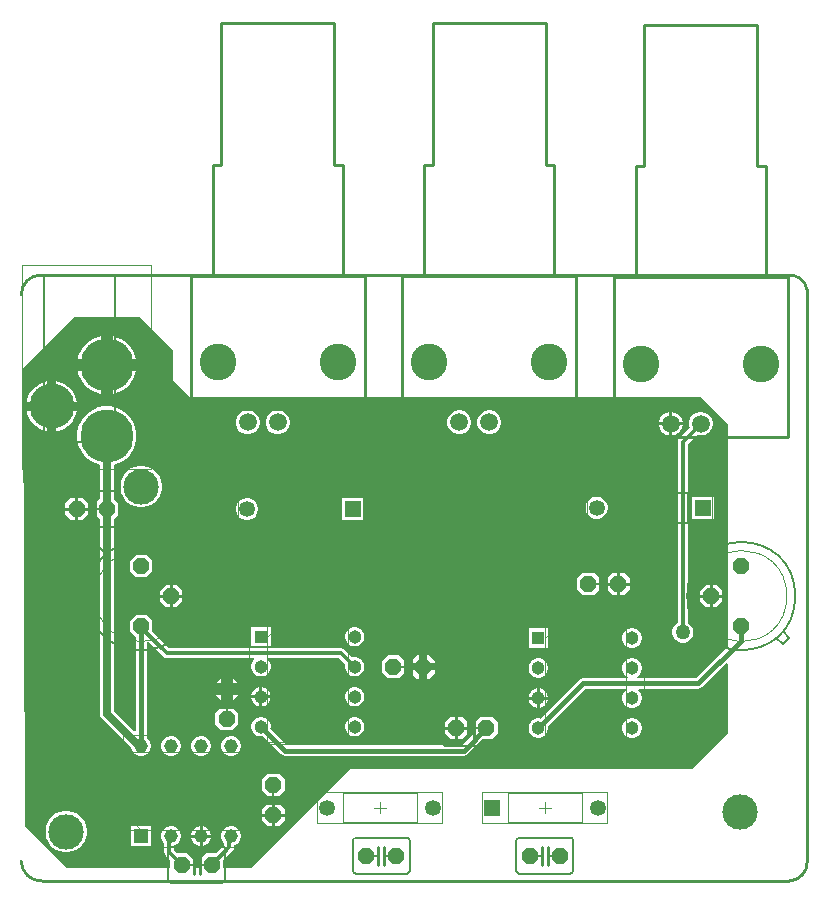
<source format=gtl>
G04*
G04 #@! TF.GenerationSoftware,Altium Limited,Altium Designer,21.2.2 (38)*
G04*
G04 Layer_Physical_Order=1*
G04 Layer_Color=255*
%FSLAX25Y25*%
%MOIN*%
G70*
G04*
G04 #@! TF.SameCoordinates,2C2DF465-67B0-4465-8F2B-43406C1D41F1*
G04*
G04*
G04 #@! TF.FilePolarity,Positive*
G04*
G01*
G75*
%ADD11C,0.00787*%
%ADD13C,0.01000*%
%ADD14C,0.00394*%
%ADD15C,0.00600*%
%ADD16C,0.00500*%
%ADD17C,0.00200*%
%ADD18C,0.00197*%
%ADD34C,0.02500*%
%ADD35C,0.01200*%
%ADD36C,0.01500*%
%ADD37P,0.06061X8X202.5*%
%ADD38P,0.06061X8X292.5*%
%ADD39R,0.04567X0.04567*%
%ADD40C,0.04567*%
%ADD41C,0.05315*%
%ADD42R,0.05315X0.05315*%
%ADD43P,0.05629X8X22.5*%
%ADD44R,0.04461X0.04461*%
%ADD45C,0.04461*%
%ADD46C,0.12205*%
%ADD47C,0.05906*%
%ADD48C,0.14961*%
%ADD49C,0.17717*%
%ADD50C,0.11811*%
%ADD51C,0.05000*%
G36*
X130000Y220000D02*
Y210000D01*
X135500Y204500D01*
X306000D01*
X315000Y195500D01*
Y121173D01*
X304469Y110643D01*
X284771D01*
X284637Y111143D01*
X285109Y111415D01*
X285711Y112017D01*
X286136Y112753D01*
X286356Y113575D01*
Y114425D01*
X286136Y115247D01*
X285711Y115983D01*
X285109Y116585D01*
X284373Y117010D01*
X283551Y117230D01*
X282701D01*
X281879Y117010D01*
X281142Y116585D01*
X280541Y115983D01*
X280116Y115247D01*
X279896Y114425D01*
Y113575D01*
X280116Y112753D01*
X280541Y112017D01*
X281142Y111415D01*
X281615Y111143D01*
X281481Y110643D01*
X266732D01*
X266732Y110643D01*
X266049Y110507D01*
X265471Y110120D01*
X252521Y97171D01*
X252299Y97230D01*
X251449D01*
X250627Y97010D01*
X249891Y96585D01*
X249289Y95983D01*
X248864Y95247D01*
X248644Y94425D01*
Y93575D01*
X248864Y92753D01*
X249289Y92017D01*
X249891Y91415D01*
X250627Y90990D01*
X251449Y90770D01*
X252299D01*
X253121Y90990D01*
X253857Y91415D01*
X254459Y92017D01*
X254884Y92753D01*
X255104Y93575D01*
Y94425D01*
X255045Y94647D01*
X267471Y107074D01*
X280990D01*
X281130Y106625D01*
X281132Y106574D01*
X280541Y105983D01*
X280116Y105247D01*
X279896Y104425D01*
Y103575D01*
X280116Y102753D01*
X280541Y102016D01*
X281142Y101415D01*
X281879Y100990D01*
X282701Y100770D01*
X283551D01*
X284373Y100990D01*
X285109Y101415D01*
X285711Y102016D01*
X286136Y102753D01*
X286356Y103575D01*
Y104425D01*
X286136Y105247D01*
X285711Y105983D01*
X285120Y106574D01*
X285122Y106625D01*
X285262Y107074D01*
X305208D01*
X305891Y107210D01*
X306470Y107597D01*
X314538Y115665D01*
X315000Y115473D01*
Y92500D01*
X303000Y80500D01*
X189000Y80500D01*
X156000Y47500D01*
X146800D01*
Y49993D01*
X150009Y53202D01*
X150363Y53732D01*
X150487Y54356D01*
Y54865D01*
X150767Y54940D01*
X151516Y55373D01*
X152127Y55984D01*
X152560Y56733D01*
X152784Y57568D01*
Y58432D01*
X152560Y59267D01*
X152127Y60016D01*
X151516Y60627D01*
X150767Y61060D01*
X149932Y61283D01*
X149068D01*
X148233Y61060D01*
X147484Y60627D01*
X146873Y60016D01*
X146440Y59267D01*
X146216Y58432D01*
Y57568D01*
X146440Y56733D01*
X146873Y55984D01*
X147224Y55632D01*
Y55032D01*
X144493Y52300D01*
X141100D01*
X139200Y50400D01*
Y47500D01*
X136800D01*
Y50400D01*
X134900Y52300D01*
X131507D01*
X130487Y53320D01*
Y54865D01*
X130767Y54940D01*
X131516Y55373D01*
X132127Y55984D01*
X132560Y56733D01*
X132783Y57568D01*
Y58432D01*
X132560Y59267D01*
X132127Y60016D01*
X131516Y60627D01*
X130767Y61060D01*
X129932Y61283D01*
X129068D01*
X128233Y61060D01*
X127484Y60627D01*
X126873Y60016D01*
X126440Y59267D01*
X126216Y58432D01*
Y57568D01*
X126440Y56733D01*
X126873Y55984D01*
X127224Y55632D01*
Y52644D01*
X127349Y52020D01*
X127702Y51491D01*
X129200Y49993D01*
Y47500D01*
X94500Y47500D01*
X80608Y61392D01*
X80101Y214101D01*
X97000Y231000D01*
X119000D01*
X130000Y220000D01*
D02*
G37*
%LPC*%
G36*
X110000Y224654D02*
Y217000D01*
X117654D01*
X117479Y217876D01*
X116736Y219670D01*
X115657Y221284D01*
X114284Y222657D01*
X112670Y223736D01*
X110875Y224479D01*
X110000Y224654D01*
D02*
G37*
G36*
X106000D02*
X105124Y224479D01*
X103330Y223736D01*
X101716Y222657D01*
X100343Y221284D01*
X99264Y219670D01*
X98521Y217876D01*
X98346Y217000D01*
X106000D01*
Y224654D01*
D02*
G37*
G36*
X117654Y213000D02*
X110000D01*
Y205346D01*
X110875Y205521D01*
X112670Y206264D01*
X114284Y207343D01*
X115657Y208716D01*
X116736Y210330D01*
X117479Y212124D01*
X117654Y213000D01*
D02*
G37*
G36*
X106000D02*
X98346D01*
X98521Y212124D01*
X99264Y210330D01*
X100343Y208716D01*
X101716Y207343D01*
X103330Y206264D01*
X105124Y205521D01*
X106000Y205346D01*
Y213000D01*
D02*
G37*
G36*
X91193Y209569D02*
Y202720D01*
X98041D01*
X97847Y203694D01*
X97208Y205237D01*
X96280Y206626D01*
X95099Y207807D01*
X93710Y208736D01*
X92167Y209375D01*
X91193Y209569D01*
D02*
G37*
G36*
X88193D02*
X87219Y209375D01*
X85676Y208736D01*
X84287Y207807D01*
X83106Y206626D01*
X82178Y205237D01*
X81538Y203694D01*
X81345Y202720D01*
X88193D01*
Y209569D01*
D02*
G37*
G36*
X296520Y199421D02*
X296500D01*
Y195968D01*
X299953D01*
Y195989D01*
X299683Y196994D01*
X299163Y197896D01*
X298427Y198632D01*
X297526Y199152D01*
X296520Y199421D01*
D02*
G37*
G36*
X295500D02*
X295480D01*
X294474Y199152D01*
X293573Y198632D01*
X292837Y197896D01*
X292317Y196994D01*
X292047Y195989D01*
Y195968D01*
X295500D01*
Y199421D01*
D02*
G37*
G36*
X88193Y199721D02*
X81345D01*
X81538Y198747D01*
X82178Y197204D01*
X83106Y195815D01*
X84287Y194633D01*
X85676Y193705D01*
X87219Y193066D01*
X88193Y192872D01*
Y199721D01*
D02*
G37*
G36*
X98041D02*
X91193D01*
Y192872D01*
X92167Y193066D01*
X93710Y193705D01*
X95099Y194633D01*
X96280Y195815D01*
X97208Y197204D01*
X97847Y198747D01*
X98041Y199721D01*
D02*
G37*
G36*
X236020Y199921D02*
X234980D01*
X233974Y199652D01*
X233073Y199132D01*
X232337Y198396D01*
X231817Y197494D01*
X231547Y196489D01*
Y195448D01*
X231817Y194443D01*
X232337Y193542D01*
X233073Y192806D01*
X233974Y192285D01*
X234980Y192016D01*
X236020D01*
X237026Y192285D01*
X237927Y192806D01*
X238663Y193542D01*
X239183Y194443D01*
X239453Y195448D01*
Y196489D01*
X239183Y197494D01*
X238663Y198396D01*
X237927Y199132D01*
X237026Y199652D01*
X236020Y199921D01*
D02*
G37*
G36*
X226020D02*
X224980D01*
X223974Y199652D01*
X223073Y199132D01*
X222337Y198396D01*
X221817Y197494D01*
X221547Y196489D01*
Y195448D01*
X221817Y194443D01*
X222337Y193542D01*
X223073Y192806D01*
X223974Y192285D01*
X224980Y192016D01*
X226020D01*
X227026Y192285D01*
X227927Y192806D01*
X228663Y193542D01*
X229183Y194443D01*
X229453Y195448D01*
Y196489D01*
X229183Y197494D01*
X228663Y198396D01*
X227927Y199132D01*
X227026Y199652D01*
X226020Y199921D01*
D02*
G37*
G36*
X165520Y199831D02*
X164480D01*
X163474Y199561D01*
X162573Y199041D01*
X161837Y198305D01*
X161317Y197404D01*
X161047Y196398D01*
Y195358D01*
X161317Y194352D01*
X161837Y193451D01*
X162573Y192715D01*
X163474Y192195D01*
X164480Y191925D01*
X165520D01*
X166526Y192195D01*
X167427Y192715D01*
X168163Y193451D01*
X168683Y194352D01*
X168953Y195358D01*
Y196398D01*
X168683Y197404D01*
X168163Y198305D01*
X167427Y199041D01*
X166526Y199561D01*
X165520Y199831D01*
D02*
G37*
G36*
X155520D02*
X154480D01*
X153474Y199561D01*
X152573Y199041D01*
X151837Y198305D01*
X151317Y197404D01*
X151047Y196398D01*
Y195358D01*
X151317Y194352D01*
X151837Y193451D01*
X152573Y192715D01*
X153474Y192195D01*
X154480Y191925D01*
X155520D01*
X156526Y192195D01*
X157427Y192715D01*
X158163Y193451D01*
X158683Y194352D01*
X158953Y195358D01*
Y196398D01*
X158683Y197404D01*
X158163Y198305D01*
X157427Y199041D01*
X156526Y199561D01*
X155520Y199831D01*
D02*
G37*
G36*
X306520Y199421D02*
X305480D01*
X304474Y199152D01*
X303573Y198632D01*
X302837Y197896D01*
X302317Y196994D01*
X302047Y195989D01*
Y194948D01*
X302285Y194061D01*
X298847Y190622D01*
X298493Y190093D01*
X298369Y189469D01*
Y129100D01*
X297851Y128801D01*
X297199Y128149D01*
X296739Y127351D01*
X296500Y126461D01*
Y125539D01*
X296739Y124649D01*
X297199Y123851D01*
X297851Y123199D01*
X298649Y122739D01*
X299539Y122500D01*
X300461D01*
X301351Y122739D01*
X302149Y123199D01*
X302801Y123851D01*
X303261Y124649D01*
X303500Y125539D01*
Y126461D01*
X303261Y127351D01*
X302801Y128149D01*
X302149Y128801D01*
X301631Y129100D01*
Y188793D01*
X304592Y191753D01*
X305480Y191516D01*
X306520D01*
X307526Y191785D01*
X308427Y192306D01*
X309163Y193042D01*
X309683Y193943D01*
X309953Y194948D01*
Y195989D01*
X309683Y196994D01*
X309163Y197896D01*
X308427Y198632D01*
X307526Y199152D01*
X306520Y199421D01*
D02*
G37*
G36*
X299953Y194968D02*
X296500D01*
Y191516D01*
X296520D01*
X297526Y191785D01*
X298427Y192306D01*
X299163Y193042D01*
X299683Y193943D01*
X299953Y194948D01*
Y194968D01*
D02*
G37*
G36*
X295500D02*
X292047D01*
Y194948D01*
X292317Y193943D01*
X292837Y193042D01*
X293573Y192306D01*
X294474Y191785D01*
X295480Y191516D01*
X295500D01*
Y194968D01*
D02*
G37*
G36*
X120180Y181405D02*
X118820D01*
X117486Y181140D01*
X116229Y180620D01*
X115098Y179864D01*
X114136Y178902D01*
X113380Y177771D01*
X112860Y176514D01*
X112594Y175180D01*
Y173820D01*
X112860Y172486D01*
X113380Y171229D01*
X114136Y170098D01*
X115098Y169136D01*
X116229Y168380D01*
X117486Y167860D01*
X118820Y167595D01*
X120180D01*
X121514Y167860D01*
X122771Y168380D01*
X123902Y169136D01*
X124864Y170098D01*
X125620Y171229D01*
X126140Y172486D01*
X126406Y173820D01*
Y175180D01*
X126140Y176514D01*
X125620Y177771D01*
X124864Y178902D01*
X123902Y179864D01*
X122771Y180620D01*
X121514Y181140D01*
X120180Y181405D01*
D02*
G37*
G36*
X99900Y170800D02*
X98500D01*
Y167500D01*
X101800D01*
Y168900D01*
X99900Y170800D01*
D02*
G37*
G36*
X97500D02*
X96100D01*
X94200Y168900D01*
Y167500D01*
X97500D01*
Y170800D01*
D02*
G37*
G36*
X310374Y171158D02*
X303059D01*
Y163842D01*
X310374D01*
Y171158D01*
D02*
G37*
G36*
X271765D02*
X270802D01*
X269872Y170908D01*
X269038Y170427D01*
X268357Y169746D01*
X267875Y168912D01*
X267626Y167982D01*
Y167018D01*
X267875Y166088D01*
X268357Y165254D01*
X269038Y164573D01*
X269872Y164092D01*
X270802Y163842D01*
X271765D01*
X272695Y164092D01*
X273529Y164573D01*
X274210Y165254D01*
X274692Y166088D01*
X274941Y167018D01*
Y167982D01*
X274692Y168912D01*
X274210Y169746D01*
X273529Y170427D01*
X272695Y170908D01*
X271765Y171158D01*
D02*
G37*
G36*
X193874Y170658D02*
X186559D01*
Y163342D01*
X193874D01*
Y170658D01*
D02*
G37*
G36*
X155265D02*
X154302D01*
X153372Y170408D01*
X152538Y169927D01*
X151857Y169246D01*
X151375Y168412D01*
X151126Y167482D01*
Y166518D01*
X151375Y165588D01*
X151857Y164754D01*
X152538Y164073D01*
X153372Y163592D01*
X154302Y163342D01*
X155265D01*
X156195Y163592D01*
X157029Y164073D01*
X157710Y164754D01*
X158192Y165588D01*
X158441Y166518D01*
Y167482D01*
X158192Y168412D01*
X157710Y169246D01*
X157029Y169927D01*
X156195Y170408D01*
X155265Y170658D01*
D02*
G37*
G36*
X101800Y166500D02*
X98500D01*
Y163200D01*
X99900D01*
X101800Y165100D01*
Y166500D01*
D02*
G37*
G36*
X97500D02*
X94200D01*
Y165100D01*
X96100Y163200D01*
X97500D01*
Y166500D01*
D02*
G37*
G36*
X121300Y151600D02*
X117700D01*
X115900Y149800D01*
Y146200D01*
X117700Y144400D01*
X121300D01*
X123100Y146200D01*
Y149800D01*
X121300Y151600D01*
D02*
G37*
G36*
X280400Y145800D02*
X279000D01*
Y142500D01*
X282300D01*
Y143900D01*
X280400Y145800D01*
D02*
G37*
G36*
X278000D02*
X276600D01*
X274700Y143900D01*
Y142500D01*
X278000D01*
Y145800D01*
D02*
G37*
G36*
X311300Y141600D02*
X310000D01*
Y138500D01*
X313100D01*
Y139800D01*
X311300Y141600D01*
D02*
G37*
G36*
X131300D02*
X130000D01*
Y138500D01*
X133100D01*
Y139800D01*
X131300Y141600D01*
D02*
G37*
G36*
X129000D02*
X127700D01*
X125900Y139800D01*
Y138500D01*
X129000D01*
Y141600D01*
D02*
G37*
G36*
X309000D02*
X307700D01*
X305900Y139800D01*
Y138500D01*
X309000D01*
Y141600D01*
D02*
G37*
G36*
X282300Y141500D02*
X279000D01*
Y138200D01*
X280400D01*
X282300Y140100D01*
Y141500D01*
D02*
G37*
G36*
X278000D02*
X274700D01*
Y140100D01*
X276600Y138200D01*
X278000D01*
Y141500D01*
D02*
G37*
G36*
X270400Y145800D02*
X266600D01*
X264700Y143900D01*
Y140100D01*
X266600Y138200D01*
X270400D01*
X272300Y140100D01*
Y143900D01*
X270400Y145800D01*
D02*
G37*
G36*
X313100Y137500D02*
X310000D01*
Y134400D01*
X311300D01*
X313100Y136200D01*
Y137500D01*
D02*
G37*
G36*
X309000D02*
X305900D01*
Y136200D01*
X307700Y134400D01*
X309000D01*
Y137500D01*
D02*
G37*
G36*
X133100D02*
X130000D01*
Y134400D01*
X131300D01*
X133100Y136200D01*
Y137500D01*
D02*
G37*
G36*
X129000D02*
X125900D01*
Y136200D01*
X127700Y134400D01*
X129000D01*
Y137500D01*
D02*
G37*
G36*
X191051Y127730D02*
X190201D01*
X189379Y127510D01*
X188643Y127085D01*
X188041Y126483D01*
X187616Y125747D01*
X187396Y124925D01*
Y124075D01*
X187616Y123253D01*
X188041Y122517D01*
X188643Y121915D01*
X189379Y121490D01*
X190201Y121270D01*
X191051D01*
X191873Y121490D01*
X192609Y121915D01*
X193211Y122517D01*
X193636Y123253D01*
X193856Y124075D01*
Y124925D01*
X193636Y125747D01*
X193211Y126483D01*
X192609Y127085D01*
X191873Y127510D01*
X191051Y127730D01*
D02*
G37*
G36*
X162604D02*
X156144D01*
Y121270D01*
X162604D01*
Y127730D01*
D02*
G37*
G36*
X283551Y127230D02*
X282701D01*
X281879Y127010D01*
X281142Y126585D01*
X280541Y125983D01*
X280116Y125247D01*
X279896Y124425D01*
Y123575D01*
X280116Y122753D01*
X280541Y122017D01*
X281142Y121415D01*
X281879Y120990D01*
X282701Y120770D01*
X283551D01*
X284373Y120990D01*
X285109Y121415D01*
X285711Y122017D01*
X286136Y122753D01*
X286356Y123575D01*
Y124425D01*
X286136Y125247D01*
X285711Y125983D01*
X285109Y126585D01*
X284373Y127010D01*
X283551Y127230D01*
D02*
G37*
G36*
X255104D02*
X248644D01*
Y120770D01*
X255104D01*
Y127230D01*
D02*
G37*
G36*
X215500Y118500D02*
X214750D01*
Y115750D01*
X217500D01*
Y116500D01*
X215500Y118500D01*
D02*
G37*
G36*
X212250D02*
X211500D01*
X209500Y116500D01*
Y115750D01*
X212250D01*
Y118500D01*
D02*
G37*
G36*
X108971Y201236D02*
X107029D01*
X105124Y200857D01*
X103330Y200114D01*
X101716Y199035D01*
X100343Y197662D01*
X99264Y196048D01*
X98521Y194254D01*
X98142Y192349D01*
Y190407D01*
X98521Y188502D01*
X99264Y186708D01*
X100343Y185094D01*
X101716Y183721D01*
X103330Y182642D01*
X105124Y181898D01*
X105706Y181783D01*
Y170406D01*
X104200Y168900D01*
Y165100D01*
X105706Y163594D01*
Y98797D01*
X105880Y97919D01*
X106378Y97175D01*
X115028Y88525D01*
X115461Y88236D01*
X116249Y87448D01*
X116440Y86733D01*
X116873Y85984D01*
X117484Y85373D01*
X118233Y84940D01*
X119068Y84716D01*
X119932D01*
X120767Y84940D01*
X121516Y85373D01*
X122127Y85984D01*
X122560Y86733D01*
X122784Y87568D01*
Y88432D01*
X122560Y89267D01*
X122127Y90016D01*
X121516Y90627D01*
X121284Y90761D01*
Y122755D01*
X121746Y122947D01*
X126847Y117847D01*
X127376Y117493D01*
X128000Y117369D01*
X128000Y117369D01*
X156967D01*
X157174Y116869D01*
X156789Y116483D01*
X156364Y115747D01*
X156144Y114925D01*
Y114075D01*
X156364Y113253D01*
X156789Y112517D01*
X157391Y111915D01*
X158127Y111490D01*
X158949Y111270D01*
X159799D01*
X160621Y111490D01*
X161357Y111915D01*
X161959Y112517D01*
X162384Y113253D01*
X162604Y114075D01*
Y114925D01*
X162384Y115747D01*
X161959Y116483D01*
X161574Y116869D01*
X161781Y117369D01*
X185450D01*
X187501Y115318D01*
X187396Y114925D01*
Y114075D01*
X187616Y113253D01*
X188041Y112517D01*
X188643Y111915D01*
X189379Y111490D01*
X190201Y111270D01*
X191051D01*
X191873Y111490D01*
X192609Y111915D01*
X193211Y112517D01*
X193636Y113253D01*
X193856Y114075D01*
Y114925D01*
X193636Y115747D01*
X193211Y116483D01*
X192609Y117085D01*
X191873Y117510D01*
X191051Y117730D01*
X190201D01*
X189808Y117625D01*
X187279Y120153D01*
X186750Y120507D01*
X186126Y120631D01*
X128676D01*
X123100Y126207D01*
Y129800D01*
X121300Y131600D01*
X117700D01*
X115900Y129800D01*
Y126200D01*
X117700Y124400D01*
X117716D01*
Y92979D01*
X117254Y92788D01*
X110294Y99747D01*
Y163594D01*
X111800Y165100D01*
Y168900D01*
X110294Y170406D01*
Y181783D01*
X110875Y181898D01*
X112670Y182642D01*
X114284Y183721D01*
X115657Y185094D01*
X116736Y186708D01*
X117479Y188502D01*
X117858Y190407D01*
Y192349D01*
X117479Y194254D01*
X116736Y196048D01*
X115657Y197662D01*
X114284Y199035D01*
X112670Y200114D01*
X110875Y200857D01*
X108971Y201236D01*
D02*
G37*
G36*
X252299Y117230D02*
X251449D01*
X250627Y117010D01*
X249891Y116585D01*
X249289Y115983D01*
X248864Y115247D01*
X248644Y114425D01*
Y113575D01*
X248864Y112753D01*
X249289Y112017D01*
X249891Y111415D01*
X250627Y110990D01*
X251449Y110770D01*
X252299D01*
X253121Y110990D01*
X253857Y111415D01*
X254459Y112017D01*
X254884Y112753D01*
X255104Y113575D01*
Y114425D01*
X254884Y115247D01*
X254459Y115983D01*
X253857Y116585D01*
X253121Y117010D01*
X252299Y117230D01*
D02*
G37*
G36*
X205400Y118300D02*
X201600D01*
X199700Y116400D01*
Y112600D01*
X201600Y110700D01*
X205400D01*
X207300Y112600D01*
Y116400D01*
X205400Y118300D01*
D02*
G37*
G36*
X217500Y113250D02*
X214750D01*
Y110500D01*
X215500D01*
X217500Y112500D01*
Y113250D01*
D02*
G37*
G36*
X212250D02*
X209500D01*
Y112500D01*
X211500Y110500D01*
X212250D01*
Y113250D01*
D02*
G37*
G36*
X150000Y110700D02*
Y109000D01*
X151700D01*
X150000Y110700D01*
D02*
G37*
G36*
X146000D02*
X144300Y109000D01*
X146000D01*
Y110700D01*
D02*
G37*
G36*
X159874Y107710D02*
Y105000D01*
X162584D01*
X162384Y105747D01*
X161959Y106483D01*
X161357Y107085D01*
X160621Y107510D01*
X159874Y107710D01*
D02*
G37*
G36*
X158874D02*
X158127Y107510D01*
X157391Y107085D01*
X156789Y106483D01*
X156364Y105747D01*
X156164Y105000D01*
X158874D01*
Y107710D01*
D02*
G37*
G36*
X252374Y107210D02*
Y104500D01*
X255084D01*
X254884Y105247D01*
X254459Y105983D01*
X253857Y106585D01*
X253121Y107010D01*
X252374Y107210D01*
D02*
G37*
G36*
X251374D02*
X250627Y107010D01*
X249891Y106585D01*
X249289Y105983D01*
X248864Y105247D01*
X248664Y104500D01*
X251374D01*
Y107210D01*
D02*
G37*
G36*
X151700Y105000D02*
X150000D01*
Y103300D01*
X151700Y105000D01*
D02*
G37*
G36*
X146000D02*
X144300D01*
X146000Y103300D01*
Y105000D01*
D02*
G37*
G36*
X162584Y104000D02*
X159874D01*
Y101290D01*
X160621Y101490D01*
X161357Y101915D01*
X161959Y102517D01*
X162384Y103253D01*
X162584Y104000D01*
D02*
G37*
G36*
X158874D02*
X156164D01*
X156364Y103253D01*
X156789Y102517D01*
X157391Y101915D01*
X158127Y101490D01*
X158874Y101290D01*
Y104000D01*
D02*
G37*
G36*
X191051Y107730D02*
X190201D01*
X189379Y107510D01*
X188643Y107085D01*
X188041Y106483D01*
X187616Y105747D01*
X187396Y104925D01*
Y104075D01*
X187616Y103253D01*
X188041Y102517D01*
X188643Y101915D01*
X189379Y101490D01*
X190201Y101270D01*
X191051D01*
X191873Y101490D01*
X192609Y101915D01*
X193211Y102517D01*
X193636Y103253D01*
X193856Y104075D01*
Y104925D01*
X193636Y105747D01*
X193211Y106483D01*
X192609Y107085D01*
X191873Y107510D01*
X191051Y107730D01*
D02*
G37*
G36*
X255084Y103500D02*
X252374D01*
Y100790D01*
X253121Y100990D01*
X253857Y101415D01*
X254459Y102016D01*
X254884Y102753D01*
X255084Y103500D01*
D02*
G37*
G36*
X251374D02*
X248664D01*
X248864Y102753D01*
X249289Y102016D01*
X249891Y101415D01*
X250627Y100990D01*
X251374Y100790D01*
Y103500D01*
D02*
G37*
G36*
X226400Y97800D02*
X225000D01*
Y94500D01*
X228300D01*
Y95900D01*
X226400Y97800D01*
D02*
G37*
G36*
X224000D02*
X222600D01*
X220700Y95900D01*
Y94500D01*
X224000D01*
Y97800D01*
D02*
G37*
G36*
X149900Y100800D02*
X146100D01*
X144200Y98900D01*
Y95100D01*
X146100Y93200D01*
X149900D01*
X151800Y95100D01*
Y98900D01*
X149900Y100800D01*
D02*
G37*
G36*
X191051Y97730D02*
X190201D01*
X189379Y97510D01*
X188643Y97085D01*
X188041Y96483D01*
X187616Y95747D01*
X187396Y94925D01*
Y94075D01*
X187616Y93253D01*
X188041Y92516D01*
X188643Y91915D01*
X189379Y91490D01*
X190201Y91270D01*
X191051D01*
X191873Y91490D01*
X192609Y91915D01*
X193211Y92516D01*
X193636Y93253D01*
X193856Y94075D01*
Y94925D01*
X193636Y95747D01*
X193211Y96483D01*
X192609Y97085D01*
X191873Y97510D01*
X191051Y97730D01*
D02*
G37*
G36*
X283551Y97230D02*
X282701D01*
X281879Y97010D01*
X281142Y96585D01*
X280541Y95983D01*
X280116Y95247D01*
X279896Y94425D01*
Y93575D01*
X280116Y92753D01*
X280541Y92017D01*
X281142Y91415D01*
X281879Y90990D01*
X282701Y90770D01*
X283551D01*
X284373Y90990D01*
X285109Y91415D01*
X285711Y92017D01*
X286136Y92753D01*
X286356Y93575D01*
Y94425D01*
X286136Y95247D01*
X285711Y95983D01*
X285109Y96585D01*
X284373Y97010D01*
X283551Y97230D01*
D02*
G37*
G36*
X228300Y93500D02*
X225000D01*
Y90200D01*
X226400D01*
X228300Y92100D01*
Y93500D01*
D02*
G37*
G36*
X224000D02*
X220700D01*
Y92100D01*
X222600Y90200D01*
X224000D01*
Y93500D01*
D02*
G37*
G36*
X236400Y97800D02*
X232600D01*
X230700Y95900D01*
Y92723D01*
X226261Y88284D01*
X168113D01*
X162545Y93853D01*
X162604Y94075D01*
Y94925D01*
X162384Y95747D01*
X161959Y96483D01*
X161357Y97085D01*
X160621Y97510D01*
X159799Y97730D01*
X158949D01*
X158127Y97510D01*
X157391Y97085D01*
X156789Y96483D01*
X156364Y95747D01*
X156144Y94925D01*
Y94075D01*
X156364Y93253D01*
X156789Y92516D01*
X157391Y91915D01*
X158127Y91490D01*
X158949Y91270D01*
X159799D01*
X160021Y91329D01*
X166112Y85238D01*
X166691Y84851D01*
X167374Y84716D01*
X167374Y84716D01*
X227000D01*
X227683Y84851D01*
X228262Y85238D01*
X233223Y90200D01*
X236400D01*
X238300Y92100D01*
Y95900D01*
X236400Y97800D01*
D02*
G37*
G36*
X149932Y91284D02*
X149068D01*
X148233Y91060D01*
X147484Y90627D01*
X146873Y90016D01*
X146440Y89267D01*
X146216Y88432D01*
Y87568D01*
X146440Y86733D01*
X146873Y85984D01*
X147484Y85373D01*
X148233Y84940D01*
X149068Y84716D01*
X149932D01*
X150767Y84940D01*
X151516Y85373D01*
X152127Y85984D01*
X152560Y86733D01*
X152784Y87568D01*
Y88432D01*
X152560Y89267D01*
X152127Y90016D01*
X151516Y90627D01*
X150767Y91060D01*
X149932Y91284D01*
D02*
G37*
G36*
X139932D02*
X139068D01*
X138233Y91060D01*
X137484Y90627D01*
X136873Y90016D01*
X136440Y89267D01*
X136216Y88432D01*
Y87568D01*
X136440Y86733D01*
X136873Y85984D01*
X137484Y85373D01*
X138233Y84940D01*
X139068Y84716D01*
X139932D01*
X140767Y84940D01*
X141516Y85373D01*
X142127Y85984D01*
X142560Y86733D01*
X142783Y87568D01*
Y88432D01*
X142560Y89267D01*
X142127Y90016D01*
X141516Y90627D01*
X140767Y91060D01*
X139932Y91284D01*
D02*
G37*
G36*
X129932D02*
X129068D01*
X128233Y91060D01*
X127484Y90627D01*
X126873Y90016D01*
X126440Y89267D01*
X126216Y88432D01*
Y87568D01*
X126440Y86733D01*
X126873Y85984D01*
X127484Y85373D01*
X128233Y84940D01*
X129068Y84716D01*
X129932D01*
X130767Y84940D01*
X131516Y85373D01*
X132127Y85984D01*
X132560Y86733D01*
X132783Y87568D01*
Y88432D01*
X132560Y89267D01*
X132127Y90016D01*
X131516Y90627D01*
X130767Y91060D01*
X129932Y91284D01*
D02*
G37*
G36*
X165400Y78800D02*
X161600D01*
X159700Y76900D01*
Y73100D01*
X161600Y71200D01*
X165400D01*
X167300Y73100D01*
Y76900D01*
X165400Y78800D01*
D02*
G37*
G36*
Y68800D02*
X164000D01*
Y65500D01*
X167300D01*
Y66900D01*
X165400Y68800D01*
D02*
G37*
G36*
X163000D02*
X161600D01*
X159700Y66900D01*
Y65500D01*
X163000D01*
Y68800D01*
D02*
G37*
G36*
X167300Y64500D02*
X164000D01*
Y61200D01*
X165400D01*
X167300Y63100D01*
Y64500D01*
D02*
G37*
G36*
X163000D02*
X159700D01*
Y63100D01*
X161600Y61200D01*
X163000D01*
Y64500D01*
D02*
G37*
G36*
X140000Y61265D02*
Y58500D01*
X142765D01*
X142560Y59267D01*
X142127Y60016D01*
X141516Y60627D01*
X140767Y61060D01*
X140000Y61265D01*
D02*
G37*
G36*
X139000D02*
X138233Y61060D01*
X137484Y60627D01*
X136873Y60016D01*
X136440Y59267D01*
X136235Y58500D01*
X139000D01*
Y61265D01*
D02*
G37*
G36*
X142765Y57500D02*
X140000D01*
Y54735D01*
X140767Y54940D01*
X141516Y55373D01*
X142127Y55984D01*
X142560Y56733D01*
X142765Y57500D01*
D02*
G37*
G36*
X139000D02*
X136235D01*
X136440Y56733D01*
X136873Y55984D01*
X137484Y55373D01*
X138233Y54940D01*
X139000Y54735D01*
Y57500D01*
D02*
G37*
G36*
X122784Y61283D02*
X116217D01*
Y54716D01*
X122784D01*
Y61283D01*
D02*
G37*
G36*
X95180Y66405D02*
X93820D01*
X92486Y66140D01*
X91229Y65620D01*
X90098Y64864D01*
X89136Y63902D01*
X88380Y62771D01*
X87860Y61514D01*
X87594Y60180D01*
Y58820D01*
X87860Y57486D01*
X88380Y56229D01*
X89136Y55098D01*
X90098Y54136D01*
X91229Y53380D01*
X92486Y52860D01*
X93820Y52595D01*
X95180D01*
X96514Y52860D01*
X97771Y53380D01*
X98902Y54136D01*
X99864Y55098D01*
X100620Y56229D01*
X101140Y57486D01*
X101406Y58820D01*
Y60180D01*
X101140Y61514D01*
X100620Y62771D01*
X99864Y63902D01*
X98902Y64864D01*
X97771Y65620D01*
X96514Y66140D01*
X95180Y66405D01*
D02*
G37*
%LPD*%
D11*
X87035Y244528D02*
X110658D01*
X87035Y189409D02*
Y244528D01*
Y189409D02*
X110658D01*
Y244528D01*
D13*
X86000Y245000D02*
G03*
X79500Y238500I0J-6500D01*
G01*
Y49500D02*
G03*
X86500Y43000I6750J250D01*
G01*
X335500Y43000D02*
G03*
X341500Y49500I-250J6250D01*
G01*
Y240000D02*
G03*
X334500Y245000I-6000J-1000D01*
G01*
X86000D02*
X334500D01*
X86500Y43000D02*
X335500D01*
X341500Y49500D02*
Y240000D01*
X104000Y167000D02*
Y170000D01*
Y164000D02*
Y167000D01*
X102000D02*
Y170000D01*
Y164000D02*
Y167000D01*
X160500Y71000D02*
X163500D01*
X166500D01*
X160500Y69000D02*
X163500D01*
X166500D01*
X137000Y45500D02*
Y48500D01*
Y51500D01*
X139000Y45500D02*
Y48500D01*
Y51500D01*
X255000D02*
Y54500D01*
Y48500D02*
Y51500D01*
X253000D02*
Y54500D01*
Y48500D02*
Y51500D01*
X230500Y94000D02*
Y97000D01*
Y91000D02*
Y94000D01*
X228500D02*
Y97000D01*
Y91000D02*
Y94000D01*
X274500Y142000D02*
Y145000D01*
Y139000D02*
Y142000D01*
X272500D02*
Y145000D01*
Y139000D02*
Y142000D01*
X200500Y51500D02*
Y54500D01*
Y48500D02*
Y51500D01*
X198500D02*
Y54500D01*
Y48500D02*
Y51500D01*
X145000Y103000D02*
X148000D01*
X151000D01*
X145000Y101000D02*
X148000D01*
X151000D01*
X207500Y111500D02*
Y114500D01*
Y117500D01*
X209500Y111500D02*
Y114500D01*
Y117500D01*
X143347Y281658D02*
X146102D01*
X183898D02*
X186653D01*
X146102Y328902D02*
X183898D01*
X186653Y244650D02*
Y281658D01*
X183898D02*
Y328902D01*
X146102Y281658D02*
Y328902D01*
X143347Y244650D02*
Y281658D01*
X136063Y191500D02*
Y244650D01*
Y191500D02*
X193937D01*
Y244650D01*
X136063D02*
X193937D01*
X213846Y281748D02*
X216602D01*
X254398D02*
X257154D01*
X216602Y328992D02*
X254398D01*
X257154Y244740D02*
Y281748D01*
X254398D02*
Y328992D01*
X216602Y281748D02*
Y328992D01*
X213846Y244740D02*
Y281748D01*
X206563Y191591D02*
Y244740D01*
Y191591D02*
X264437D01*
Y244740D01*
X206563D02*
X264437D01*
X277063Y244240D02*
X334937D01*
Y191091D02*
Y244240D01*
X277063Y191091D02*
X334937D01*
X277063D02*
Y244240D01*
X284347D02*
Y281248D01*
X287102D02*
Y328492D01*
X324898Y281248D02*
Y328492D01*
X327654Y244240D02*
Y281248D01*
X287102Y328492D02*
X324898D01*
Y281248D02*
X327654D01*
X284347D02*
X287102D01*
D14*
X114500Y60008D02*
Y85992D01*
X154500D01*
Y60008D02*
Y85992D01*
X114500Y60008D02*
X154500D01*
X114500Y65008D02*
X119500Y60008D01*
X266402Y62776D02*
Y72224D01*
X241598Y62776D02*
X266402D01*
X241598Y72224D02*
X266402D01*
X241598Y62776D02*
Y72224D01*
X254000Y129000D02*
X281000D01*
Y89000D02*
Y129000D01*
X254000Y89000D02*
X281000D01*
X254000D02*
Y129000D01*
Y124000D02*
X259000Y129000D01*
X276598Y162776D02*
Y172224D01*
X301402D01*
X276598Y162776D02*
X301402D01*
Y172224D01*
X160098Y162276D02*
Y171724D01*
X184902D01*
X160098Y162276D02*
X184902D01*
Y171724D01*
X161500Y124500D02*
X166500Y129500D01*
X161500Y89500D02*
Y129500D01*
Y89500D02*
X188500D01*
Y129500D01*
X161500D02*
X188500D01*
X211402Y62776D02*
Y72224D01*
X186598Y62776D02*
X211402D01*
X186598Y72224D02*
X211402D01*
X186598Y62776D02*
Y72224D01*
X252031Y67500D02*
X255968D01*
X254000Y65531D02*
Y69468D01*
X287032Y167500D02*
X290968D01*
X289000Y165532D02*
Y169468D01*
X170531Y167000D02*
X174469D01*
X172500Y165032D02*
Y168968D01*
X79850Y248465D02*
X122665D01*
X79850Y180354D02*
Y248465D01*
Y180354D02*
X122665D01*
Y248465D01*
X197031Y67500D02*
X200969Y67500D01*
X199000Y69468D02*
X199000Y65531D01*
D15*
X104500Y167000D02*
X106000D01*
X100000D02*
X101500D01*
X163500Y71500D02*
Y73000D01*
Y67000D02*
Y68500D01*
X135000Y48500D02*
X136500D01*
X139500D02*
X141000D01*
X255500Y51500D02*
X257000D01*
X251000D02*
X252500D01*
X231000Y94000D02*
X232500D01*
X226500D02*
X228000D01*
X275000Y142000D02*
X276500D01*
X270500D02*
X272000D01*
X201000Y51500D02*
X202500D01*
X196500D02*
X198000D01*
X148000Y103500D02*
Y105000D01*
Y99000D02*
Y100500D01*
X205500Y114500D02*
X207000D01*
X210000D02*
X211500D01*
X112500Y172000D02*
G03*
X111500Y173000I-1000J0D01*
G01*
X94500D02*
G03*
X93500Y172000I0J-1000D01*
G01*
X111500Y161000D02*
G03*
X112500Y162000I0J1000D01*
G01*
X93500D02*
G03*
X94500Y161000I1000J0D01*
G01*
X158500Y79500D02*
G03*
X157500Y78500I0J-1000D01*
G01*
Y61500D02*
G03*
X158500Y60500I1000J0D01*
G01*
X169500Y78500D02*
G03*
X168500Y79500I-1000J0D01*
G01*
Y60500D02*
G03*
X169500Y61500I0J1000D01*
G01*
X128500Y43500D02*
G03*
X129500Y42500I1000J0D01*
G01*
X146500D02*
G03*
X147500Y43500I0J1000D01*
G01*
X129500Y54500D02*
G03*
X128500Y53500I0J-1000D01*
G01*
X147500D02*
G03*
X146500Y54500I-1000J0D01*
G01*
X263500Y56500D02*
G03*
X262500Y57500I-1000J0D01*
G01*
X245500D02*
G03*
X244500Y56500I0J-1000D01*
G01*
X262500Y45500D02*
G03*
X263500Y46500I0J1000D01*
G01*
X244500D02*
G03*
X245500Y45500I1000J0D01*
G01*
X239000Y99000D02*
G03*
X238000Y100000I-1000J0D01*
G01*
X221000D02*
G03*
X220000Y99000I0J-1000D01*
G01*
X238000Y88000D02*
G03*
X239000Y89000I0J1000D01*
G01*
X220000D02*
G03*
X221000Y88000I1000J0D01*
G01*
X283000Y147000D02*
G03*
X282000Y148000I-1000J0D01*
G01*
X265000D02*
G03*
X264000Y147000I0J-1000D01*
G01*
X282000Y136000D02*
G03*
X283000Y137000I0J1000D01*
G01*
X264000D02*
G03*
X265000Y136000I1000J0D01*
G01*
X209000Y56500D02*
G03*
X208000Y57500I-1000J0D01*
G01*
X191000D02*
G03*
X190000Y56500I0J-1000D01*
G01*
X208000Y45500D02*
G03*
X209000Y46500I0J1000D01*
G01*
X190000D02*
G03*
X191000Y45500I1000J0D01*
G01*
X143000Y111500D02*
G03*
X142000Y110500I0J-1000D01*
G01*
Y93500D02*
G03*
X143000Y92500I1000J0D01*
G01*
X154000Y110500D02*
G03*
X153000Y111500I-1000J0D01*
G01*
Y92500D02*
G03*
X154000Y93500I0J1000D01*
G01*
X199000Y109500D02*
G03*
X200000Y108500I1000J0D01*
G01*
X217000D02*
G03*
X218000Y109500I0J1000D01*
G01*
X200000Y120500D02*
G03*
X199000Y119500I0J-1000D01*
G01*
X218000D02*
G03*
X217000Y120500I-1000J0D01*
G01*
X104000Y167000D02*
X104500D01*
X101500D02*
X102000D01*
X112500Y162000D02*
Y172000D01*
X93500Y162000D02*
Y172000D01*
X94500Y173000D02*
X111500D01*
X94500Y161000D02*
X111500D01*
X163500Y71000D02*
Y71500D01*
Y68500D02*
Y69000D01*
X158500Y79500D02*
X168500D01*
X158500Y60500D02*
X168500D01*
X157500Y61500D02*
Y78500D01*
X169500Y61500D02*
Y78500D01*
X136500Y48500D02*
X137000D01*
X139000D02*
X139500D01*
X128500Y43500D02*
Y53500D01*
X147500Y43500D02*
Y53500D01*
X129500Y42500D02*
X146500D01*
X129500Y54500D02*
X146500D01*
X245500Y57500D02*
X262500D01*
X245500Y45500D02*
X262500D01*
X263500Y46500D02*
Y56500D01*
X244500Y46500D02*
Y56500D01*
X255000Y51500D02*
X255500D01*
X252500D02*
X253000D01*
X230500Y94000D02*
X231000D01*
X228000D02*
X228500D01*
X239000Y89000D02*
Y99000D01*
X220000Y89000D02*
Y99000D01*
X221000Y100000D02*
X238000D01*
X221000Y88000D02*
X238000D01*
X274500Y142000D02*
X275000D01*
X272000D02*
X272500D01*
X283000Y137000D02*
Y147000D01*
X264000Y137000D02*
Y147000D01*
X265000Y148000D02*
X282000D01*
X265000Y136000D02*
X282000D01*
X191000Y57500D02*
X208000D01*
X191000Y45500D02*
X208000D01*
X209000Y46500D02*
Y56500D01*
X190000Y46500D02*
Y56500D01*
X200500Y51500D02*
X201000D01*
X198000D02*
X198500D01*
X142000Y93500D02*
Y110500D01*
X154000Y93500D02*
Y110500D01*
X143000Y111500D02*
X153000D01*
X143000Y92500D02*
X153000D01*
X148000Y103000D02*
Y103500D01*
Y100500D02*
Y101000D01*
X200000Y108500D02*
X217000D01*
X200000Y120500D02*
X217000D01*
X199000Y109500D02*
Y119500D01*
X218000Y109500D02*
Y119500D01*
X207000Y114500D02*
X207500D01*
X209500D02*
X210000D01*
D16*
X137500Y138000D02*
G03*
X137500Y138000I-18000J0D01*
G01*
X337500D02*
G03*
X337500Y138000I-18000J0D01*
G01*
X103600Y151900D02*
X105700Y149800D01*
Y154000D02*
X107800Y151900D01*
X103600D02*
X105700Y154000D01*
X333300Y126200D02*
X335400Y124100D01*
X331200D02*
X333300Y122000D01*
X335400Y124100D01*
D17*
X134700Y138000D02*
G03*
X134700Y138000I-15200J0D01*
G01*
X334700D02*
G03*
X334700Y138000I-15200J0D01*
G01*
D18*
X113516Y54240D02*
Y91760D01*
X155484D01*
Y54240D02*
Y91760D01*
X113516Y54240D02*
X155484D01*
X233232Y62382D02*
Y72618D01*
Y62382D02*
X274768D01*
X233232Y72618D02*
X274768D01*
Y62382D02*
Y72618D01*
X248035Y129984D02*
X286965D01*
Y88016D02*
Y129984D01*
X248035Y88016D02*
X286965D01*
X248035D02*
Y129984D01*
X309768Y162382D02*
Y172618D01*
X268232D02*
X309768D01*
X268232Y162382D02*
X309768D01*
X268232D02*
Y172618D01*
X193268Y161882D02*
Y172118D01*
X151732D02*
X193268D01*
X151732Y161882D02*
X193268D01*
X151732D02*
Y172118D01*
X155535Y88516D02*
Y130484D01*
Y88516D02*
X194465D01*
Y130484D01*
X155535D02*
X194465D01*
X178232Y62382D02*
X178232Y72618D01*
X178232Y62382D02*
X219768D01*
X178232Y72618D02*
X219768D01*
X219768Y62382D02*
X219768Y72618D01*
D34*
X108000Y98797D02*
X116650Y90147D01*
X108000Y98797D02*
Y191378D01*
X116650Y90147D02*
X116794D01*
X118941Y88000D01*
X119500D01*
D35*
X128856Y52644D02*
X133000Y48500D01*
X128856Y52644D02*
Y57356D01*
X143000Y48500D02*
X148856Y54356D01*
Y57356D01*
X149500Y58000D01*
X128856Y57356D02*
X129500Y58000D01*
X133000Y48500D02*
Y48500D01*
X119500Y127500D02*
Y128000D01*
X186126Y119000D02*
X190626Y114500D01*
X128000Y119000D02*
X186126D01*
X119500Y127500D02*
X128000Y119000D01*
X190626Y114500D02*
X190626D01*
X300000Y126000D02*
Y189469D01*
X306000Y195468D01*
D36*
X119500Y88000D02*
Y127500D01*
X319500Y123150D02*
Y128000D01*
X305208Y108858D02*
X319500Y123150D01*
X266732Y108858D02*
X305208D01*
X251874Y94000D02*
X266732Y108858D01*
X227000Y86500D02*
X234500Y94000D01*
X167374Y86500D02*
X227000D01*
X159374Y94500D02*
X167374Y86500D01*
D37*
X98000Y167000D02*
D03*
X108000D02*
D03*
X143000Y48500D02*
D03*
X133000D02*
D03*
X249000Y51500D02*
D03*
X259000D02*
D03*
X224500Y94000D02*
D03*
X234500D02*
D03*
X268500Y142000D02*
D03*
X278500D02*
D03*
X194500Y51500D02*
D03*
X204500D02*
D03*
X213500Y114500D02*
D03*
X203500D02*
D03*
D38*
X163500Y65000D02*
D03*
Y75000D02*
D03*
X148000Y97000D02*
D03*
Y107000D02*
D03*
D39*
X119500Y58000D02*
D03*
D40*
X129500D02*
D03*
X139500D02*
D03*
X149500D02*
D03*
Y88000D02*
D03*
X139500D02*
D03*
X129500D02*
D03*
X119500D02*
D03*
D41*
X271716Y67500D02*
D03*
X271283Y167500D02*
D03*
X154783Y167000D02*
D03*
X216717Y67500D02*
D03*
X181283D02*
D03*
D42*
X236283D02*
D03*
X306717Y167500D02*
D03*
X190217Y167000D02*
D03*
D43*
X119500Y148000D02*
D03*
X129500Y138000D02*
D03*
X119500Y128000D02*
D03*
X319500D02*
D03*
X309500Y138000D02*
D03*
X319500Y148000D02*
D03*
D44*
X251874Y124000D02*
D03*
X159374Y124500D02*
D03*
D45*
X251874Y114000D02*
D03*
Y104000D02*
D03*
Y94000D02*
D03*
X283126D02*
D03*
Y104000D02*
D03*
Y114000D02*
D03*
Y124000D02*
D03*
X190626Y124500D02*
D03*
Y114500D02*
D03*
Y104500D02*
D03*
Y94500D02*
D03*
X159374D02*
D03*
Y104500D02*
D03*
Y114500D02*
D03*
D46*
X145000Y215910D02*
D03*
X185000D02*
D03*
X215500Y216000D02*
D03*
X255500D02*
D03*
X326000Y215500D02*
D03*
X286000D02*
D03*
D47*
X165000Y195878D02*
D03*
X155000D02*
D03*
X235500Y195968D02*
D03*
X225500D02*
D03*
X296000Y195468D02*
D03*
X306000D02*
D03*
D48*
X89693Y201220D02*
D03*
D49*
X108000Y215000D02*
D03*
Y191378D02*
D03*
D50*
X119500Y174500D02*
D03*
X94500Y59500D02*
D03*
X319000Y66000D02*
D03*
D51*
X300000Y126000D02*
D03*
M02*

</source>
